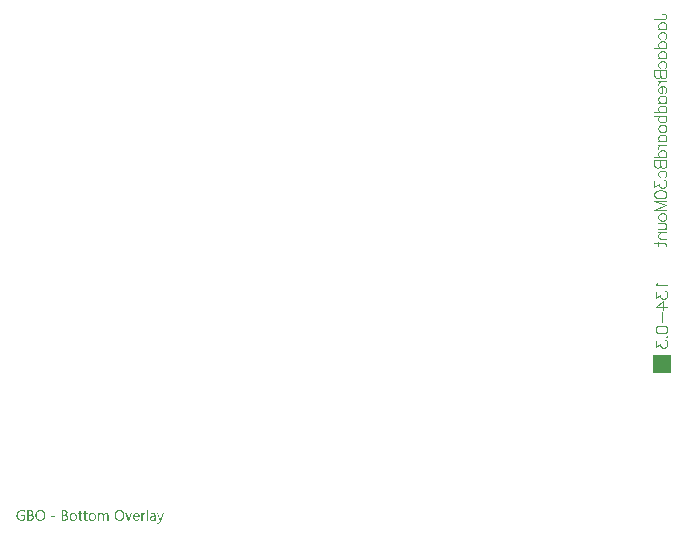
<source format=gbo>
G04*
G04 #@! TF.GenerationSoftware,Altium Limited,Altium Designer,22.11.1 (43)*
G04*
G04 Layer_Color=32896*
%FSLAX44Y44*%
%MOMM*%
G71*
G04*
G04 #@! TF.SameCoordinates,A5472EDE-B7E4-43DC-9BD9-ACA13087276E*
G04*
G04*
G04 #@! TF.FilePolarity,Positive*
G04*
G01*
G75*
%ADD19C,0.1000*%
%ADD25R,1.5922X1.5750*%
G36*
X181144Y-62802D02*
X181270Y-62810D01*
X181419Y-62818D01*
X181576Y-62833D01*
X181756Y-62857D01*
X181945Y-62880D01*
X182141Y-62912D01*
X182345Y-62951D01*
X182549Y-62998D01*
X182753Y-63053D01*
X182957Y-63116D01*
X183161Y-63186D01*
X183349Y-63273D01*
X183349Y-64426D01*
X183334Y-64419D01*
X183302Y-64395D01*
X183240Y-64364D01*
X183161Y-64317D01*
X183051Y-64269D01*
X182926Y-64207D01*
X182784Y-64152D01*
X182620Y-64081D01*
X182447Y-64018D01*
X182251Y-63956D01*
X182039Y-63901D01*
X181811Y-63854D01*
X181568Y-63807D01*
X181317Y-63775D01*
X181058Y-63752D01*
X180783Y-63744D01*
X180720Y-63744D01*
X180642Y-63752D01*
X180532Y-63759D01*
X180406Y-63775D01*
X180257Y-63799D01*
X180092Y-63830D01*
X179912Y-63869D01*
X179723Y-63924D01*
X179527Y-63995D01*
X179323Y-64081D01*
X179111Y-64183D01*
X178907Y-64301D01*
X178711Y-64434D01*
X178515Y-64599D01*
X178326Y-64780D01*
X178319Y-64788D01*
X178287Y-64827D01*
X178240Y-64882D01*
X178177Y-64968D01*
X178107Y-65070D01*
X178020Y-65188D01*
X177934Y-65337D01*
X177848Y-65502D01*
X177761Y-65682D01*
X177675Y-65886D01*
X177589Y-66106D01*
X177518Y-66342D01*
X177455Y-66593D01*
X177408Y-66860D01*
X177377Y-67150D01*
X177369Y-67448D01*
X177369Y-67456D01*
X177369Y-67464D01*
X177369Y-67487D01*
X177369Y-67519D01*
X177369Y-67566D01*
X177377Y-67613D01*
X177385Y-67731D01*
X177393Y-67872D01*
X177416Y-68037D01*
X177439Y-68217D01*
X177479Y-68414D01*
X177526Y-68625D01*
X177589Y-68845D01*
X177659Y-69065D01*
X177746Y-69293D01*
X177848Y-69512D01*
X177965Y-69724D01*
X178099Y-69928D01*
X178256Y-70117D01*
X178264Y-70125D01*
X178295Y-70156D01*
X178350Y-70203D01*
X178421Y-70266D01*
X178507Y-70336D01*
X178617Y-70423D01*
X178742Y-70509D01*
X178892Y-70595D01*
X179056Y-70690D01*
X179237Y-70776D01*
X179433Y-70855D01*
X179653Y-70933D01*
X179881Y-70996D01*
X180132Y-71043D01*
X180391Y-71074D01*
X180673Y-71082D01*
X180775Y-71082D01*
X180846Y-71074D01*
X180940Y-71066D01*
X181042Y-71059D01*
X181160Y-71051D01*
X181293Y-71027D01*
X181427Y-71012D01*
X181576Y-70980D01*
X181874Y-70909D01*
X182031Y-70862D01*
X182180Y-70800D01*
X182329Y-70737D01*
X182478Y-70666D01*
X182478Y-68162D01*
X180524Y-68162D01*
X180524Y-67213D01*
X183530Y-67213D01*
X183530Y-71263D01*
X183514Y-71270D01*
X183467Y-71294D01*
X183397Y-71333D01*
X183295Y-71380D01*
X183169Y-71435D01*
X183020Y-71498D01*
X182847Y-71569D01*
X182651Y-71639D01*
X182439Y-71710D01*
X182204Y-71781D01*
X181960Y-71843D01*
X181701Y-71898D01*
X181427Y-71945D01*
X181136Y-71985D01*
X180846Y-72008D01*
X180540Y-72016D01*
X180453Y-72016D01*
X180414Y-72008D01*
X180359Y-72008D01*
X180296Y-72000D01*
X180226Y-72000D01*
X180061Y-71977D01*
X179873Y-71953D01*
X179669Y-71914D01*
X179441Y-71859D01*
X179198Y-71796D01*
X178946Y-71718D01*
X178687Y-71616D01*
X178428Y-71498D01*
X178169Y-71357D01*
X177918Y-71192D01*
X177675Y-71004D01*
X177447Y-70792D01*
X177432Y-70776D01*
X177400Y-70737D01*
X177337Y-70666D01*
X177267Y-70564D01*
X177173Y-70446D01*
X177078Y-70297D01*
X176969Y-70117D01*
X176859Y-69921D01*
X176749Y-69701D01*
X176639Y-69450D01*
X176545Y-69183D01*
X176451Y-68892D01*
X176380Y-68586D01*
X176317Y-68249D01*
X176286Y-67896D01*
X176270Y-67527D01*
X176270Y-67519D01*
X176270Y-67503D01*
X176270Y-67472D01*
X176270Y-67432D01*
X176278Y-67385D01*
X176278Y-67323D01*
X176286Y-67260D01*
X176294Y-67181D01*
X176301Y-67095D01*
X176309Y-67009D01*
X176341Y-66805D01*
X176380Y-66569D01*
X176435Y-66326D01*
X176506Y-66059D01*
X176592Y-65784D01*
X176694Y-65502D01*
X176819Y-65219D01*
X176977Y-64937D01*
X177149Y-64654D01*
X177353Y-64387D01*
X177581Y-64128D01*
X177596Y-64113D01*
X177644Y-64073D01*
X177714Y-64003D01*
X177816Y-63916D01*
X177950Y-63822D01*
X178099Y-63704D01*
X178279Y-63587D01*
X178491Y-63461D01*
X178719Y-63335D01*
X178970Y-63218D01*
X179237Y-63100D01*
X179535Y-63006D01*
X179849Y-62920D01*
X180179Y-62849D01*
X180532Y-62810D01*
X180901Y-62794D01*
X181042Y-62794D01*
X181144Y-62802D01*
X181144Y-62802D02*
G37*
G36*
X252378Y-65353D02*
X252425Y-65353D01*
X252480Y-65360D01*
X252613Y-65384D01*
X252770Y-65423D01*
X252951Y-65478D01*
X253139Y-65564D01*
X253335Y-65667D01*
X253438Y-65737D01*
X253532Y-65808D01*
X253626Y-65886D01*
X253720Y-65981D01*
X253814Y-66083D01*
X253901Y-66192D01*
X253979Y-66310D01*
X254058Y-66444D01*
X254128Y-66585D01*
X254191Y-66742D01*
X254246Y-66907D01*
X254301Y-67087D01*
X254332Y-67276D01*
X254364Y-67487D01*
X254379Y-67707D01*
X254387Y-67943D01*
X254387Y-71867D01*
X253367Y-71867D01*
X253367Y-68210D01*
X253367Y-68194D01*
X253367Y-68162D01*
X253367Y-68108D01*
X253359Y-68037D01*
X253359Y-67951D01*
X253351Y-67849D01*
X253343Y-67739D01*
X253328Y-67621D01*
X253288Y-67370D01*
X253226Y-67119D01*
X253194Y-66993D01*
X253147Y-66883D01*
X253092Y-66773D01*
X253037Y-66679D01*
X253037Y-66671D01*
X253022Y-66656D01*
X253006Y-66632D01*
X252974Y-66608D01*
X252943Y-66569D01*
X252896Y-66530D01*
X252841Y-66491D01*
X252778Y-66444D01*
X252708Y-66396D01*
X252629Y-66357D01*
X252535Y-66318D01*
X252441Y-66279D01*
X252331Y-66255D01*
X252205Y-66232D01*
X252080Y-66216D01*
X251938Y-66208D01*
X251876Y-66208D01*
X251829Y-66216D01*
X251774Y-66224D01*
X251711Y-66240D01*
X251554Y-66279D01*
X251467Y-66310D01*
X251381Y-66357D01*
X251287Y-66404D01*
X251201Y-66459D01*
X251106Y-66530D01*
X251012Y-66608D01*
X250918Y-66703D01*
X250832Y-66805D01*
X250824Y-66813D01*
X250816Y-66828D01*
X250793Y-66867D01*
X250761Y-66907D01*
X250730Y-66969D01*
X250690Y-67040D01*
X250643Y-67119D01*
X250604Y-67205D01*
X250565Y-67307D01*
X250518Y-67417D01*
X250479Y-67534D01*
X250447Y-67660D01*
X250416Y-67793D01*
X250400Y-67935D01*
X250384Y-68076D01*
X250377Y-68233D01*
X250377Y-71867D01*
X249356Y-71867D01*
X249356Y-68084D01*
X249356Y-68076D01*
X249356Y-68060D01*
X249356Y-68037D01*
X249356Y-68005D01*
X249348Y-67958D01*
X249348Y-67911D01*
X249333Y-67793D01*
X249309Y-67652D01*
X249278Y-67487D01*
X249238Y-67323D01*
X249176Y-67142D01*
X249097Y-66969D01*
X249003Y-66805D01*
X248885Y-66640D01*
X248744Y-66498D01*
X248579Y-66381D01*
X248485Y-66334D01*
X248383Y-66287D01*
X248273Y-66255D01*
X248163Y-66232D01*
X248038Y-66216D01*
X247904Y-66208D01*
X247841Y-66208D01*
X247794Y-66216D01*
X247732Y-66224D01*
X247669Y-66240D01*
X247512Y-66279D01*
X247425Y-66310D01*
X247339Y-66349D01*
X247245Y-66389D01*
X247151Y-66444D01*
X247057Y-66514D01*
X246962Y-66585D01*
X246876Y-66671D01*
X246790Y-66773D01*
X246782Y-66781D01*
X246774Y-66797D01*
X246751Y-66828D01*
X246719Y-66875D01*
X246688Y-66930D01*
X246656Y-66993D01*
X246617Y-67071D01*
X246578Y-67166D01*
X246531Y-67268D01*
X246492Y-67378D01*
X246460Y-67495D01*
X246429Y-67621D01*
X246397Y-67762D01*
X246374Y-67911D01*
X246366Y-68068D01*
X246358Y-68233D01*
X246358Y-71867D01*
X245338Y-71867D01*
X245338Y-65494D01*
X246358Y-65494D01*
X246358Y-66506D01*
X246382Y-66506D01*
X246390Y-66491D01*
X246413Y-66459D01*
X246452Y-66396D01*
X246507Y-66326D01*
X246578Y-66240D01*
X246664Y-66137D01*
X246766Y-66035D01*
X246884Y-65926D01*
X247017Y-65816D01*
X247167Y-65714D01*
X247331Y-65612D01*
X247504Y-65525D01*
X247700Y-65455D01*
X247912Y-65392D01*
X248132Y-65360D01*
X248367Y-65345D01*
X248430Y-65345D01*
X248477Y-65353D01*
X248532Y-65353D01*
X248603Y-65360D01*
X248673Y-65376D01*
X248752Y-65392D01*
X248932Y-65431D01*
X249121Y-65502D01*
X249309Y-65588D01*
X249403Y-65651D01*
X249498Y-65714D01*
X249505Y-65722D01*
X249521Y-65729D01*
X249545Y-65753D01*
X249576Y-65776D01*
X249662Y-65863D01*
X249764Y-65965D01*
X249874Y-66106D01*
X249984Y-66271D01*
X250086Y-66459D01*
X250165Y-66671D01*
X250173Y-66656D01*
X250196Y-66616D01*
X250243Y-66546D01*
X250298Y-66467D01*
X250377Y-66365D01*
X250463Y-66247D01*
X250573Y-66130D01*
X250698Y-66004D01*
X250840Y-65886D01*
X250997Y-65761D01*
X251169Y-65651D01*
X251358Y-65549D01*
X251570Y-65470D01*
X251789Y-65400D01*
X252033Y-65360D01*
X252284Y-65345D01*
X252339Y-65345D01*
X252378Y-65353D01*
X252378Y-65353D02*
G37*
G36*
X285044Y-65392D02*
X285130Y-65392D01*
X285224Y-65408D01*
X285326Y-65423D01*
X285428Y-65439D01*
X285515Y-65470D01*
X285515Y-66530D01*
X285499Y-66522D01*
X285468Y-66498D01*
X285405Y-66467D01*
X285319Y-66428D01*
X285201Y-66389D01*
X285075Y-66357D01*
X284918Y-66334D01*
X284738Y-66326D01*
X284675Y-66326D01*
X284628Y-66334D01*
X284573Y-66342D01*
X284510Y-66357D01*
X284361Y-66404D01*
X284275Y-66436D01*
X284188Y-66475D01*
X284094Y-66530D01*
X284000Y-66585D01*
X283914Y-66656D01*
X283820Y-66742D01*
X283733Y-66836D01*
X283647Y-66946D01*
X283639Y-66954D01*
X283631Y-66977D01*
X283608Y-67009D01*
X283576Y-67056D01*
X283545Y-67119D01*
X283505Y-67197D01*
X283466Y-67283D01*
X283427Y-67385D01*
X283388Y-67495D01*
X283349Y-67621D01*
X283309Y-67762D01*
X283278Y-67911D01*
X283246Y-68076D01*
X283223Y-68249D01*
X283215Y-68429D01*
X283207Y-68625D01*
X283207Y-71867D01*
X282187Y-71867D01*
X282187Y-65494D01*
X283207Y-65494D01*
X283207Y-66813D01*
X283231Y-66813D01*
X283231Y-66805D01*
X283239Y-66781D01*
X283254Y-66750D01*
X283270Y-66703D01*
X283294Y-66648D01*
X283325Y-66577D01*
X283396Y-66428D01*
X283490Y-66255D01*
X283608Y-66083D01*
X283741Y-65918D01*
X283898Y-65761D01*
X283906Y-65753D01*
X283922Y-65745D01*
X283945Y-65729D01*
X283976Y-65698D01*
X284016Y-65674D01*
X284071Y-65643D01*
X284188Y-65572D01*
X284338Y-65502D01*
X284510Y-65439D01*
X284699Y-65400D01*
X284800Y-65392D01*
X284903Y-65384D01*
X284965Y-65384D01*
X285044Y-65392D01*
X285044Y-65392D02*
G37*
G36*
X209132Y-68720D02*
X205734Y-68720D01*
X205734Y-67919D01*
X209132Y-67919D01*
X209132Y-68720D01*
X209132Y-68720D02*
G37*
G36*
X298332Y-72887D02*
X298332Y-72895D01*
X298324Y-72911D01*
X298308Y-72934D01*
X298292Y-72974D01*
X298277Y-73021D01*
X298253Y-73068D01*
X298190Y-73193D01*
X298104Y-73342D01*
X298010Y-73515D01*
X297892Y-73688D01*
X297759Y-73876D01*
X297610Y-74057D01*
X297445Y-74237D01*
X297264Y-74410D01*
X297068Y-74559D01*
X296856Y-74685D01*
X296746Y-74732D01*
X296628Y-74779D01*
X296511Y-74818D01*
X296385Y-74842D01*
X296259Y-74857D01*
X296126Y-74865D01*
X296063Y-74865D01*
X295985Y-74857D01*
X295891Y-74857D01*
X295789Y-74842D01*
X295679Y-74826D01*
X295561Y-74810D01*
X295459Y-74779D01*
X295459Y-73868D01*
X295475Y-73876D01*
X295514Y-73884D01*
X295577Y-73900D01*
X295655Y-73923D01*
X295749Y-73947D01*
X295851Y-73962D01*
X295961Y-73970D01*
X296063Y-73978D01*
X296095Y-73978D01*
X296134Y-73970D01*
X296189Y-73962D01*
X296252Y-73947D01*
X296330Y-73931D01*
X296409Y-73900D01*
X296503Y-73861D01*
X296589Y-73813D01*
X296691Y-73751D01*
X296785Y-73680D01*
X296880Y-73594D01*
X296974Y-73484D01*
X297068Y-73366D01*
X297146Y-73225D01*
X297225Y-73060D01*
X297735Y-71859D01*
X295247Y-65494D01*
X296377Y-65494D01*
X298104Y-70399D01*
X298104Y-70407D01*
X298112Y-70423D01*
X298120Y-70446D01*
X298135Y-70493D01*
X298151Y-70556D01*
X298167Y-70643D01*
X298198Y-70753D01*
X298230Y-70886D01*
X298269Y-70886D01*
X298269Y-70878D01*
X298277Y-70855D01*
X298284Y-70823D01*
X298300Y-70768D01*
X298316Y-70705D01*
X298332Y-70627D01*
X298363Y-70525D01*
X298394Y-70415D01*
X300207Y-65494D01*
X301259Y-65494D01*
X298332Y-72887D01*
X298332Y-72887D02*
G37*
G36*
X271890Y-71867D02*
X270885Y-71867D01*
X268475Y-65494D01*
X269590Y-65494D01*
X271215Y-70125D01*
X271215Y-70132D01*
X271222Y-70148D01*
X271230Y-70172D01*
X271246Y-70211D01*
X271262Y-70258D01*
X271277Y-70305D01*
X271309Y-70431D01*
X271348Y-70564D01*
X271387Y-70713D01*
X271411Y-70870D01*
X271434Y-71019D01*
X271458Y-71019D01*
X271458Y-71012D01*
X271458Y-70996D01*
X271466Y-70972D01*
X271474Y-70941D01*
X271474Y-70894D01*
X271489Y-70847D01*
X271505Y-70729D01*
X271536Y-70595D01*
X271568Y-70454D01*
X271615Y-70305D01*
X271662Y-70156D01*
X273349Y-65494D01*
X274425Y-65494D01*
X271890Y-71867D01*
X271890Y-71867D02*
G37*
G36*
X292115Y-65353D02*
X292170Y-65353D01*
X292225Y-65360D01*
X292296Y-65368D01*
X292374Y-65384D01*
X292539Y-65415D01*
X292736Y-65470D01*
X292932Y-65541D01*
X293144Y-65643D01*
X293356Y-65769D01*
X293458Y-65839D01*
X293560Y-65926D01*
X293654Y-66020D01*
X293748Y-66114D01*
X293834Y-66224D01*
X293913Y-66349D01*
X293991Y-66475D01*
X294062Y-66616D01*
X294117Y-66773D01*
X294172Y-66938D01*
X294211Y-67111D01*
X294242Y-67307D01*
X294258Y-67503D01*
X294266Y-67723D01*
X294266Y-71867D01*
X293246Y-71867D01*
X293246Y-70878D01*
X293222Y-70878D01*
X293214Y-70894D01*
X293191Y-70925D01*
X293151Y-70980D01*
X293097Y-71059D01*
X293026Y-71145D01*
X292939Y-71239D01*
X292845Y-71341D01*
X292728Y-71443D01*
X292594Y-71553D01*
X292453Y-71655D01*
X292288Y-71749D01*
X292115Y-71836D01*
X291919Y-71914D01*
X291715Y-71969D01*
X291495Y-72000D01*
X291260Y-72016D01*
X291166Y-72016D01*
X291103Y-72008D01*
X291024Y-72000D01*
X290930Y-71993D01*
X290828Y-71977D01*
X290718Y-71953D01*
X290475Y-71891D01*
X290357Y-71851D01*
X290232Y-71804D01*
X290106Y-71749D01*
X289988Y-71679D01*
X289879Y-71600D01*
X289769Y-71514D01*
X289761Y-71506D01*
X289745Y-71490D01*
X289722Y-71459D01*
X289682Y-71420D01*
X289643Y-71372D01*
X289604Y-71310D01*
X289549Y-71239D01*
X289502Y-71161D01*
X289455Y-71066D01*
X289408Y-70964D01*
X289361Y-70855D01*
X289321Y-70737D01*
X289282Y-70611D01*
X289259Y-70478D01*
X289243Y-70329D01*
X289235Y-70180D01*
X289235Y-70172D01*
X289235Y-70156D01*
X289235Y-70132D01*
X289243Y-70101D01*
X289243Y-70062D01*
X289251Y-70015D01*
X289266Y-69897D01*
X289298Y-69756D01*
X289345Y-69599D01*
X289408Y-69426D01*
X289502Y-69246D01*
X289612Y-69065D01*
X289745Y-68885D01*
X289832Y-68798D01*
X289918Y-68712D01*
X290020Y-68625D01*
X290122Y-68547D01*
X290240Y-68468D01*
X290365Y-68398D01*
X290499Y-68335D01*
X290648Y-68272D01*
X290805Y-68217D01*
X290970Y-68170D01*
X291150Y-68131D01*
X291338Y-68100D01*
X293246Y-67833D01*
X293246Y-67825D01*
X293246Y-67817D01*
X293246Y-67793D01*
X293246Y-67762D01*
X293238Y-67684D01*
X293222Y-67582D01*
X293206Y-67456D01*
X293175Y-67315D01*
X293136Y-67174D01*
X293081Y-67017D01*
X293010Y-66867D01*
X292924Y-66718D01*
X292822Y-66585D01*
X292696Y-66459D01*
X292539Y-66357D01*
X292367Y-66279D01*
X292272Y-66247D01*
X292162Y-66224D01*
X292053Y-66216D01*
X291935Y-66208D01*
X291880Y-66208D01*
X291825Y-66216D01*
X291739Y-66224D01*
X291637Y-66232D01*
X291519Y-66247D01*
X291385Y-66271D01*
X291244Y-66302D01*
X291087Y-66349D01*
X290923Y-66396D01*
X290750Y-66459D01*
X290569Y-66538D01*
X290389Y-66632D01*
X290208Y-66734D01*
X290028Y-66852D01*
X289855Y-66993D01*
X289855Y-65949D01*
X289863Y-65941D01*
X289894Y-65926D01*
X289949Y-65894D01*
X290020Y-65855D01*
X290114Y-65808D01*
X290216Y-65761D01*
X290342Y-65706D01*
X290483Y-65643D01*
X290632Y-65588D01*
X290797Y-65533D01*
X290977Y-65486D01*
X291166Y-65439D01*
X291370Y-65400D01*
X291574Y-65368D01*
X291794Y-65353D01*
X292021Y-65345D01*
X292076Y-65345D01*
X292115Y-65353D01*
X292115Y-65353D02*
G37*
G36*
X287642Y-71867D02*
X286621Y-71867D01*
X286621Y-62433D01*
X287642Y-62433D01*
X287642Y-71867D01*
X287642Y-71867D02*
G37*
G36*
X217326Y-62951D02*
X217420Y-62959D01*
X217530Y-62975D01*
X217656Y-62990D01*
X217797Y-63014D01*
X217938Y-63045D01*
X218087Y-63084D01*
X218244Y-63131D01*
X218393Y-63186D01*
X218550Y-63249D01*
X218692Y-63328D01*
X218833Y-63414D01*
X218967Y-63516D01*
X218974Y-63524D01*
X218998Y-63540D01*
X219029Y-63571D01*
X219069Y-63618D01*
X219123Y-63673D01*
X219178Y-63744D01*
X219241Y-63822D01*
X219304Y-63909D01*
X219367Y-64011D01*
X219430Y-64120D01*
X219485Y-64246D01*
X219539Y-64372D01*
X219579Y-64513D01*
X219610Y-64662D01*
X219634Y-64819D01*
X219641Y-64984D01*
X219641Y-64992D01*
X219641Y-65015D01*
X219641Y-65054D01*
X219634Y-65109D01*
X219626Y-65180D01*
X219618Y-65251D01*
X219610Y-65337D01*
X219594Y-65431D01*
X219539Y-65643D01*
X219469Y-65863D01*
X219422Y-65981D01*
X219367Y-66090D01*
X219304Y-66200D01*
X219233Y-66310D01*
X219226Y-66318D01*
X219218Y-66334D01*
X219194Y-66365D01*
X219155Y-66404D01*
X219116Y-66444D01*
X219069Y-66498D01*
X219006Y-66554D01*
X218943Y-66616D01*
X218864Y-66679D01*
X218778Y-66750D01*
X218684Y-66813D01*
X218582Y-66883D01*
X218472Y-66946D01*
X218362Y-67001D01*
X218103Y-67103D01*
X218103Y-67126D01*
X218111Y-67126D01*
X218142Y-67134D01*
X218190Y-67142D01*
X218252Y-67150D01*
X218331Y-67166D01*
X218417Y-67189D01*
X218519Y-67221D01*
X218621Y-67252D01*
X218849Y-67338D01*
X218974Y-67393D01*
X219092Y-67464D01*
X219210Y-67534D01*
X219328Y-67613D01*
X219445Y-67707D01*
X219547Y-67809D01*
X219555Y-67817D01*
X219571Y-67833D01*
X219594Y-67864D01*
X219634Y-67911D01*
X219673Y-67974D01*
X219720Y-68037D01*
X219767Y-68123D01*
X219822Y-68210D01*
X219869Y-68312D01*
X219916Y-68429D01*
X219963Y-68547D01*
X220002Y-68680D01*
X220042Y-68830D01*
X220065Y-68979D01*
X220081Y-69136D01*
X220089Y-69308D01*
X220089Y-69324D01*
X220089Y-69355D01*
X220081Y-69418D01*
X220073Y-69497D01*
X220065Y-69599D01*
X220042Y-69709D01*
X220018Y-69834D01*
X219987Y-69968D01*
X219940Y-70117D01*
X219885Y-70266D01*
X219822Y-70415D01*
X219743Y-70572D01*
X219649Y-70729D01*
X219539Y-70878D01*
X219414Y-71019D01*
X219265Y-71161D01*
X219257Y-71168D01*
X219226Y-71192D01*
X219178Y-71223D01*
X219116Y-71270D01*
X219037Y-71325D01*
X218935Y-71380D01*
X218825Y-71451D01*
X218700Y-71514D01*
X218550Y-71577D01*
X218393Y-71639D01*
X218229Y-71702D01*
X218040Y-71757D01*
X217844Y-71804D01*
X217640Y-71836D01*
X217420Y-71859D01*
X217193Y-71867D01*
X214595Y-71867D01*
X214595Y-62943D01*
X217240Y-62943D01*
X217326Y-62951D01*
X217326Y-62951D02*
G37*
G36*
X188333Y-62951D02*
X188428Y-62959D01*
X188538Y-62975D01*
X188663Y-62990D01*
X188804Y-63014D01*
X188946Y-63045D01*
X189095Y-63084D01*
X189252Y-63131D01*
X189401Y-63186D01*
X189558Y-63249D01*
X189699Y-63328D01*
X189840Y-63414D01*
X189974Y-63516D01*
X189982Y-63524D01*
X190005Y-63540D01*
X190037Y-63571D01*
X190076Y-63618D01*
X190131Y-63673D01*
X190186Y-63744D01*
X190249Y-63822D01*
X190311Y-63909D01*
X190374Y-64011D01*
X190437Y-64120D01*
X190492Y-64246D01*
X190547Y-64372D01*
X190586Y-64513D01*
X190617Y-64662D01*
X190641Y-64819D01*
X190649Y-64984D01*
X190649Y-64992D01*
X190649Y-65015D01*
X190649Y-65054D01*
X190641Y-65109D01*
X190633Y-65180D01*
X190625Y-65251D01*
X190617Y-65337D01*
X190602Y-65431D01*
X190547Y-65643D01*
X190476Y-65863D01*
X190429Y-65981D01*
X190374Y-66090D01*
X190311Y-66200D01*
X190241Y-66310D01*
X190233Y-66318D01*
X190225Y-66334D01*
X190201Y-66365D01*
X190162Y-66404D01*
X190123Y-66444D01*
X190076Y-66498D01*
X190013Y-66554D01*
X189950Y-66616D01*
X189872Y-66679D01*
X189785Y-66750D01*
X189691Y-66813D01*
X189589Y-66883D01*
X189479Y-66946D01*
X189369Y-67001D01*
X189110Y-67103D01*
X189110Y-67126D01*
X189118Y-67126D01*
X189150Y-67134D01*
X189197Y-67142D01*
X189259Y-67150D01*
X189338Y-67166D01*
X189424Y-67189D01*
X189526Y-67221D01*
X189628Y-67252D01*
X189856Y-67338D01*
X189982Y-67393D01*
X190099Y-67464D01*
X190217Y-67534D01*
X190335Y-67613D01*
X190452Y-67707D01*
X190555Y-67809D01*
X190562Y-67817D01*
X190578Y-67833D01*
X190602Y-67864D01*
X190641Y-67911D01*
X190680Y-67974D01*
X190727Y-68037D01*
X190774Y-68123D01*
X190829Y-68210D01*
X190876Y-68312D01*
X190923Y-68429D01*
X190970Y-68547D01*
X191010Y-68680D01*
X191049Y-68830D01*
X191073Y-68979D01*
X191088Y-69136D01*
X191096Y-69308D01*
X191096Y-69324D01*
X191096Y-69355D01*
X191088Y-69418D01*
X191080Y-69497D01*
X191073Y-69599D01*
X191049Y-69709D01*
X191026Y-69834D01*
X190994Y-69968D01*
X190947Y-70117D01*
X190892Y-70266D01*
X190829Y-70415D01*
X190751Y-70572D01*
X190657Y-70729D01*
X190547Y-70878D01*
X190421Y-71019D01*
X190272Y-71161D01*
X190264Y-71168D01*
X190233Y-71192D01*
X190186Y-71223D01*
X190123Y-71270D01*
X190044Y-71325D01*
X189942Y-71380D01*
X189832Y-71451D01*
X189707Y-71514D01*
X189558Y-71577D01*
X189401Y-71639D01*
X189236Y-71702D01*
X189048Y-71757D01*
X188851Y-71804D01*
X188647Y-71836D01*
X188428Y-71859D01*
X188200Y-71867D01*
X185602Y-71867D01*
X185602Y-62943D01*
X188247Y-62943D01*
X188333Y-62951D01*
X188333Y-62951D02*
G37*
G36*
X234899Y-65494D02*
X236508Y-65494D01*
X236508Y-66373D01*
X234899Y-66373D01*
X234899Y-69960D01*
X234899Y-69968D01*
X234899Y-69991D01*
X234899Y-70023D01*
X234899Y-70062D01*
X234907Y-70117D01*
X234915Y-70180D01*
X234930Y-70313D01*
X234954Y-70470D01*
X234993Y-70619D01*
X235048Y-70760D01*
X235080Y-70823D01*
X235119Y-70878D01*
X235127Y-70886D01*
X235158Y-70917D01*
X235213Y-70964D01*
X235292Y-71012D01*
X235394Y-71066D01*
X235519Y-71106D01*
X235668Y-71137D01*
X235841Y-71153D01*
X235904Y-71153D01*
X235974Y-71145D01*
X236069Y-71129D01*
X236171Y-71098D01*
X236288Y-71066D01*
X236398Y-71012D01*
X236508Y-70941D01*
X236508Y-71812D01*
X236500Y-71812D01*
X236492Y-71820D01*
X236469Y-71828D01*
X236445Y-71843D01*
X236359Y-71875D01*
X236257Y-71906D01*
X236116Y-71938D01*
X235951Y-71969D01*
X235763Y-71993D01*
X235551Y-72000D01*
X235480Y-72000D01*
X235394Y-71985D01*
X235292Y-71969D01*
X235166Y-71945D01*
X235025Y-71898D01*
X234868Y-71843D01*
X234719Y-71765D01*
X234562Y-71671D01*
X234405Y-71545D01*
X234263Y-71396D01*
X234201Y-71310D01*
X234138Y-71216D01*
X234083Y-71114D01*
X234036Y-71004D01*
X233989Y-70886D01*
X233950Y-70753D01*
X233918Y-70619D01*
X233895Y-70470D01*
X233887Y-70313D01*
X233879Y-70140D01*
X233879Y-66373D01*
X232788Y-66373D01*
X232788Y-65494D01*
X233879Y-65494D01*
X233879Y-63940D01*
X234899Y-63610D01*
X234899Y-65494D01*
X234899Y-65494D02*
G37*
G36*
X230582Y-65494D02*
X232191Y-65494D01*
X232191Y-66373D01*
X230582Y-66373D01*
X230582Y-69960D01*
X230582Y-69968D01*
X230582Y-69991D01*
X230582Y-70023D01*
X230582Y-70062D01*
X230590Y-70117D01*
X230598Y-70180D01*
X230614Y-70313D01*
X230637Y-70470D01*
X230677Y-70619D01*
X230732Y-70760D01*
X230763Y-70823D01*
X230802Y-70878D01*
X230810Y-70886D01*
X230841Y-70917D01*
X230896Y-70964D01*
X230975Y-71012D01*
X231077Y-71066D01*
X231203Y-71106D01*
X231352Y-71137D01*
X231524Y-71153D01*
X231587Y-71153D01*
X231658Y-71145D01*
X231752Y-71129D01*
X231854Y-71098D01*
X231972Y-71066D01*
X232082Y-71012D01*
X232191Y-70941D01*
X232191Y-71812D01*
X232183Y-71812D01*
X232176Y-71820D01*
X232152Y-71828D01*
X232129Y-71843D01*
X232042Y-71875D01*
X231940Y-71906D01*
X231799Y-71938D01*
X231634Y-71969D01*
X231446Y-71993D01*
X231234Y-72000D01*
X231163Y-72000D01*
X231077Y-71985D01*
X230975Y-71969D01*
X230849Y-71945D01*
X230708Y-71898D01*
X230551Y-71843D01*
X230402Y-71765D01*
X230245Y-71671D01*
X230088Y-71545D01*
X229947Y-71396D01*
X229884Y-71310D01*
X229821Y-71216D01*
X229766Y-71114D01*
X229719Y-71004D01*
X229672Y-70886D01*
X229633Y-70753D01*
X229601Y-70619D01*
X229578Y-70470D01*
X229570Y-70313D01*
X229562Y-70140D01*
X229562Y-66373D01*
X228471Y-66373D01*
X228471Y-65494D01*
X229562Y-65494D01*
X229562Y-63940D01*
X230582Y-63610D01*
X230582Y-65494D01*
X230582Y-65494D02*
G37*
G36*
X278145Y-65353D02*
X278231Y-65360D01*
X278341Y-65368D01*
X278459Y-65384D01*
X278592Y-65415D01*
X278734Y-65447D01*
X278891Y-65486D01*
X279048Y-65541D01*
X279205Y-65612D01*
X279369Y-65690D01*
X279526Y-65784D01*
X279675Y-65894D01*
X279825Y-66020D01*
X279958Y-66161D01*
X279966Y-66169D01*
X279989Y-66200D01*
X280021Y-66247D01*
X280068Y-66310D01*
X280115Y-66389D01*
X280178Y-66491D01*
X280240Y-66608D01*
X280303Y-66742D01*
X280366Y-66899D01*
X280429Y-67064D01*
X280492Y-67252D01*
X280539Y-67448D01*
X280586Y-67668D01*
X280617Y-67896D01*
X280641Y-68147D01*
X280649Y-68406D01*
X280649Y-68939D01*
X276143Y-68939D01*
X276143Y-68955D01*
X276143Y-68987D01*
X276151Y-69042D01*
X276159Y-69112D01*
X276167Y-69206D01*
X276183Y-69308D01*
X276199Y-69418D01*
X276230Y-69544D01*
X276301Y-69811D01*
X276348Y-69944D01*
X276402Y-70085D01*
X276465Y-70219D01*
X276536Y-70352D01*
X276622Y-70470D01*
X276716Y-70588D01*
X276724Y-70595D01*
X276740Y-70611D01*
X276771Y-70643D01*
X276819Y-70674D01*
X276873Y-70721D01*
X276944Y-70768D01*
X277023Y-70823D01*
X277109Y-70870D01*
X277211Y-70925D01*
X277329Y-70980D01*
X277446Y-71027D01*
X277588Y-71074D01*
X277729Y-71106D01*
X277886Y-71137D01*
X278051Y-71153D01*
X278223Y-71161D01*
X278270Y-71161D01*
X278326Y-71153D01*
X278404Y-71153D01*
X278498Y-71137D01*
X278608Y-71121D01*
X278734Y-71098D01*
X278875Y-71074D01*
X279024Y-71035D01*
X279181Y-70988D01*
X279346Y-70933D01*
X279511Y-70862D01*
X279683Y-70784D01*
X279856Y-70690D01*
X280029Y-70580D01*
X280201Y-70454D01*
X280201Y-71412D01*
X280193Y-71420D01*
X280162Y-71435D01*
X280115Y-71467D01*
X280052Y-71506D01*
X279966Y-71553D01*
X279864Y-71600D01*
X279746Y-71655D01*
X279613Y-71710D01*
X279456Y-71773D01*
X279291Y-71828D01*
X279110Y-71875D01*
X278914Y-71922D01*
X278702Y-71961D01*
X278475Y-71993D01*
X278231Y-72008D01*
X277980Y-72016D01*
X277917Y-72016D01*
X277854Y-72008D01*
X277760Y-72000D01*
X277643Y-71993D01*
X277509Y-71969D01*
X277368Y-71945D01*
X277211Y-71906D01*
X277046Y-71859D01*
X276873Y-71804D01*
X276693Y-71733D01*
X276520Y-71655D01*
X276340Y-71553D01*
X276175Y-71435D01*
X276010Y-71302D01*
X275861Y-71153D01*
X275853Y-71145D01*
X275830Y-71114D01*
X275790Y-71059D01*
X275743Y-70988D01*
X275681Y-70902D01*
X275618Y-70792D01*
X275547Y-70666D01*
X275476Y-70517D01*
X275406Y-70360D01*
X275335Y-70172D01*
X275272Y-69976D01*
X275210Y-69756D01*
X275163Y-69520D01*
X275123Y-69269D01*
X275100Y-68994D01*
X275092Y-68712D01*
X275092Y-68704D01*
X275092Y-68696D01*
X275092Y-68673D01*
X275092Y-68649D01*
X275100Y-68571D01*
X275107Y-68461D01*
X275115Y-68335D01*
X275139Y-68194D01*
X275163Y-68029D01*
X275194Y-67849D01*
X275241Y-67660D01*
X275296Y-67464D01*
X275366Y-67260D01*
X275445Y-67056D01*
X275539Y-66860D01*
X275657Y-66656D01*
X275783Y-66467D01*
X275932Y-66287D01*
X275940Y-66279D01*
X275971Y-66247D01*
X276018Y-66200D01*
X276081Y-66137D01*
X276167Y-66067D01*
X276269Y-65988D01*
X276379Y-65902D01*
X276512Y-65816D01*
X276654Y-65729D01*
X276819Y-65643D01*
X276991Y-65564D01*
X277172Y-65494D01*
X277368Y-65431D01*
X277580Y-65384D01*
X277800Y-65353D01*
X278027Y-65345D01*
X278082Y-65345D01*
X278145Y-65353D01*
X278145Y-65353D02*
G37*
G36*
X263821Y-62802D02*
X263876Y-62802D01*
X263931Y-62810D01*
X264002Y-62810D01*
X264159Y-62833D01*
X264339Y-62857D01*
X264543Y-62896D01*
X264763Y-62951D01*
X264991Y-63014D01*
X265234Y-63100D01*
X265477Y-63202D01*
X265728Y-63320D01*
X265980Y-63461D01*
X266215Y-63626D01*
X266451Y-63822D01*
X266670Y-64042D01*
X266686Y-64058D01*
X266717Y-64097D01*
X266772Y-64167D01*
X266851Y-64269D01*
X266929Y-64395D01*
X267031Y-64544D01*
X267133Y-64717D01*
X267235Y-64913D01*
X267337Y-65141D01*
X267439Y-65384D01*
X267542Y-65651D01*
X267628Y-65941D01*
X267698Y-66255D01*
X267753Y-66585D01*
X267785Y-66930D01*
X267801Y-67299D01*
X267801Y-67307D01*
X267801Y-67323D01*
X267801Y-67354D01*
X267801Y-67393D01*
X267793Y-67448D01*
X267793Y-67511D01*
X267785Y-67582D01*
X267785Y-67660D01*
X267777Y-67746D01*
X267769Y-67841D01*
X267738Y-68053D01*
X267706Y-68296D01*
X267659Y-68547D01*
X267596Y-68822D01*
X267518Y-69104D01*
X267424Y-69387D01*
X267314Y-69677D01*
X267180Y-69960D01*
X267024Y-70242D01*
X266843Y-70501D01*
X266639Y-70753D01*
X266623Y-70768D01*
X266584Y-70807D01*
X266521Y-70870D01*
X266427Y-70949D01*
X266309Y-71043D01*
X266168Y-71153D01*
X266011Y-71263D01*
X265823Y-71380D01*
X265611Y-71498D01*
X265375Y-71616D01*
X265124Y-71726D01*
X264849Y-71820D01*
X264551Y-71898D01*
X264237Y-71961D01*
X263900Y-72000D01*
X263547Y-72016D01*
X263460Y-72016D01*
X263421Y-72008D01*
X263366Y-72008D01*
X263303Y-72000D01*
X263233Y-71993D01*
X263068Y-71977D01*
X262887Y-71953D01*
X262675Y-71914D01*
X262456Y-71859D01*
X262212Y-71796D01*
X261969Y-71710D01*
X261718Y-71608D01*
X261459Y-71490D01*
X261208Y-71349D01*
X260964Y-71176D01*
X260721Y-70988D01*
X260501Y-70768D01*
X260486Y-70753D01*
X260454Y-70713D01*
X260399Y-70643D01*
X260321Y-70540D01*
X260234Y-70415D01*
X260140Y-70266D01*
X260038Y-70093D01*
X259936Y-69889D01*
X259826Y-69669D01*
X259724Y-69426D01*
X259630Y-69159D01*
X259544Y-68869D01*
X259465Y-68555D01*
X259410Y-68225D01*
X259379Y-67880D01*
X259363Y-67511D01*
X259363Y-67503D01*
X259363Y-67487D01*
X259363Y-67456D01*
X259363Y-67417D01*
X259371Y-67362D01*
X259371Y-67307D01*
X259379Y-67236D01*
X259379Y-67158D01*
X259387Y-67071D01*
X259403Y-66969D01*
X259426Y-66765D01*
X259457Y-66530D01*
X259512Y-66279D01*
X259567Y-66004D01*
X259646Y-65729D01*
X259740Y-65447D01*
X259850Y-65156D01*
X259983Y-64874D01*
X260140Y-64599D01*
X260321Y-64332D01*
X260525Y-64081D01*
X260541Y-64065D01*
X260580Y-64026D01*
X260643Y-63963D01*
X260737Y-63877D01*
X260854Y-63783D01*
X261004Y-63673D01*
X261168Y-63555D01*
X261357Y-63438D01*
X261576Y-63320D01*
X261812Y-63202D01*
X262071Y-63092D01*
X262354Y-62998D01*
X262660Y-62912D01*
X262981Y-62849D01*
X263327Y-62810D01*
X263696Y-62794D01*
X263774Y-62794D01*
X263821Y-62802D01*
X263821Y-62802D02*
G37*
G36*
X240817Y-65353D02*
X240919Y-65360D01*
X241037Y-65368D01*
X241178Y-65392D01*
X241327Y-65415D01*
X241492Y-65455D01*
X241672Y-65502D01*
X241853Y-65557D01*
X242034Y-65627D01*
X242222Y-65714D01*
X242402Y-65816D01*
X242583Y-65933D01*
X242748Y-66067D01*
X242905Y-66224D01*
X242913Y-66232D01*
X242936Y-66263D01*
X242975Y-66318D01*
X243030Y-66389D01*
X243093Y-66475D01*
X243156Y-66585D01*
X243234Y-66710D01*
X243305Y-66860D01*
X243384Y-67024D01*
X243454Y-67205D01*
X243517Y-67401D01*
X243580Y-67621D01*
X243635Y-67856D01*
X243674Y-68108D01*
X243697Y-68374D01*
X243705Y-68657D01*
X243705Y-68665D01*
X243705Y-68673D01*
X243705Y-68696D01*
X243705Y-68727D01*
X243697Y-68806D01*
X243690Y-68908D01*
X243682Y-69042D01*
X243658Y-69191D01*
X243635Y-69355D01*
X243595Y-69536D01*
X243548Y-69724D01*
X243493Y-69928D01*
X243423Y-70132D01*
X243344Y-70336D01*
X243242Y-70540D01*
X243125Y-70737D01*
X242991Y-70925D01*
X242842Y-71106D01*
X242834Y-71114D01*
X242803Y-71145D01*
X242756Y-71192D01*
X242685Y-71247D01*
X242599Y-71318D01*
X242497Y-71396D01*
X242371Y-71474D01*
X242230Y-71561D01*
X242073Y-71647D01*
X241900Y-71726D01*
X241712Y-71804D01*
X241508Y-71875D01*
X241280Y-71930D01*
X241045Y-71977D01*
X240801Y-72008D01*
X240534Y-72016D01*
X240472Y-72016D01*
X240401Y-72008D01*
X240299Y-72000D01*
X240181Y-71993D01*
X240040Y-71969D01*
X239891Y-71945D01*
X239726Y-71906D01*
X239545Y-71859D01*
X239365Y-71796D01*
X239177Y-71726D01*
X238988Y-71639D01*
X238800Y-71537D01*
X238612Y-71420D01*
X238439Y-71286D01*
X238274Y-71129D01*
X238266Y-71121D01*
X238235Y-71090D01*
X238196Y-71035D01*
X238141Y-70964D01*
X238078Y-70878D01*
X238007Y-70768D01*
X237937Y-70643D01*
X237858Y-70493D01*
X237780Y-70336D01*
X237701Y-70156D01*
X237631Y-69960D01*
X237568Y-69748D01*
X237513Y-69528D01*
X237474Y-69285D01*
X237442Y-69026D01*
X237434Y-68759D01*
X237434Y-68751D01*
X237434Y-68743D01*
X237434Y-68720D01*
X237434Y-68688D01*
X237442Y-68602D01*
X237450Y-68492D01*
X237458Y-68359D01*
X237481Y-68202D01*
X237505Y-68029D01*
X237544Y-67841D01*
X237591Y-67644D01*
X237646Y-67440D01*
X237717Y-67228D01*
X237803Y-67017D01*
X237905Y-66813D01*
X238015Y-66616D01*
X238148Y-66428D01*
X238305Y-66247D01*
X238313Y-66240D01*
X238345Y-66208D01*
X238400Y-66161D01*
X238470Y-66106D01*
X238557Y-66035D01*
X238666Y-65965D01*
X238792Y-65879D01*
X238933Y-65792D01*
X239090Y-65714D01*
X239271Y-65627D01*
X239467Y-65557D01*
X239679Y-65486D01*
X239907Y-65431D01*
X240150Y-65384D01*
X240409Y-65353D01*
X240684Y-65345D01*
X240746Y-65345D01*
X240817Y-65353D01*
X240817Y-65353D02*
G37*
G36*
X224712Y-65353D02*
X224814Y-65360D01*
X224931Y-65368D01*
X225073Y-65392D01*
X225222Y-65415D01*
X225387Y-65455D01*
X225567Y-65502D01*
X225748Y-65557D01*
X225928Y-65627D01*
X226117Y-65714D01*
X226297Y-65816D01*
X226478Y-65933D01*
X226642Y-66067D01*
X226799Y-66224D01*
X226807Y-66232D01*
X226831Y-66263D01*
X226870Y-66318D01*
X226925Y-66389D01*
X226988Y-66475D01*
X227050Y-66585D01*
X227129Y-66710D01*
X227200Y-66860D01*
X227278Y-67024D01*
X227349Y-67205D01*
X227412Y-67401D01*
X227474Y-67621D01*
X227529Y-67856D01*
X227569Y-68108D01*
X227592Y-68374D01*
X227600Y-68657D01*
X227600Y-68665D01*
X227600Y-68673D01*
X227600Y-68696D01*
X227600Y-68727D01*
X227592Y-68806D01*
X227584Y-68908D01*
X227576Y-69042D01*
X227553Y-69191D01*
X227529Y-69355D01*
X227490Y-69536D01*
X227443Y-69724D01*
X227388Y-69928D01*
X227317Y-70132D01*
X227239Y-70336D01*
X227137Y-70540D01*
X227019Y-70737D01*
X226886Y-70925D01*
X226737Y-71106D01*
X226729Y-71114D01*
X226697Y-71145D01*
X226650Y-71192D01*
X226580Y-71247D01*
X226493Y-71318D01*
X226391Y-71396D01*
X226266Y-71474D01*
X226124Y-71561D01*
X225967Y-71647D01*
X225795Y-71726D01*
X225606Y-71804D01*
X225402Y-71875D01*
X225175Y-71930D01*
X224939Y-71977D01*
X224696Y-72008D01*
X224429Y-72016D01*
X224366Y-72016D01*
X224296Y-72008D01*
X224194Y-72000D01*
X224076Y-71993D01*
X223935Y-71969D01*
X223785Y-71945D01*
X223621Y-71906D01*
X223440Y-71859D01*
X223260Y-71796D01*
X223071Y-71726D01*
X222883Y-71639D01*
X222695Y-71537D01*
X222506Y-71420D01*
X222334Y-71286D01*
X222169Y-71129D01*
X222161Y-71121D01*
X222129Y-71090D01*
X222090Y-71035D01*
X222035Y-70964D01*
X221973Y-70878D01*
X221902Y-70768D01*
X221831Y-70643D01*
X221753Y-70493D01*
X221674Y-70336D01*
X221596Y-70156D01*
X221525Y-69960D01*
X221462Y-69748D01*
X221407Y-69528D01*
X221368Y-69285D01*
X221337Y-69026D01*
X221329Y-68759D01*
X221329Y-68751D01*
X221329Y-68743D01*
X221329Y-68720D01*
X221329Y-68688D01*
X221337Y-68602D01*
X221345Y-68492D01*
X221353Y-68359D01*
X221376Y-68202D01*
X221400Y-68029D01*
X221439Y-67841D01*
X221486Y-67644D01*
X221541Y-67440D01*
X221611Y-67228D01*
X221698Y-67017D01*
X221800Y-66813D01*
X221910Y-66616D01*
X222043Y-66428D01*
X222200Y-66247D01*
X222208Y-66240D01*
X222239Y-66208D01*
X222294Y-66161D01*
X222365Y-66106D01*
X222451Y-66035D01*
X222561Y-65965D01*
X222687Y-65879D01*
X222828Y-65792D01*
X222985Y-65714D01*
X223165Y-65627D01*
X223362Y-65557D01*
X223574Y-65486D01*
X223801Y-65431D01*
X224044Y-65384D01*
X224303Y-65353D01*
X224578Y-65345D01*
X224641Y-65345D01*
X224712Y-65353D01*
X224712Y-65353D02*
G37*
G36*
X196779Y-62802D02*
X196833Y-62802D01*
X196888Y-62810D01*
X196959Y-62810D01*
X197116Y-62833D01*
X197297Y-62857D01*
X197501Y-62896D01*
X197720Y-62951D01*
X197948Y-63014D01*
X198191Y-63100D01*
X198435Y-63202D01*
X198686Y-63320D01*
X198937Y-63461D01*
X199172Y-63626D01*
X199408Y-63822D01*
X199627Y-64042D01*
X199643Y-64058D01*
X199675Y-64097D01*
X199730Y-64167D01*
X199808Y-64269D01*
X199886Y-64395D01*
X199989Y-64544D01*
X200091Y-64717D01*
X200193Y-64913D01*
X200295Y-65141D01*
X200397Y-65384D01*
X200499Y-65651D01*
X200585Y-65941D01*
X200656Y-66255D01*
X200711Y-66585D01*
X200742Y-66930D01*
X200758Y-67299D01*
X200758Y-67307D01*
X200758Y-67323D01*
X200758Y-67354D01*
X200758Y-67393D01*
X200750Y-67448D01*
X200750Y-67511D01*
X200742Y-67582D01*
X200742Y-67660D01*
X200734Y-67746D01*
X200726Y-67841D01*
X200695Y-68053D01*
X200664Y-68296D01*
X200616Y-68547D01*
X200554Y-68822D01*
X200475Y-69104D01*
X200381Y-69387D01*
X200271Y-69677D01*
X200138Y-69960D01*
X199981Y-70242D01*
X199800Y-70501D01*
X199596Y-70753D01*
X199580Y-70768D01*
X199541Y-70807D01*
X199478Y-70870D01*
X199384Y-70949D01*
X199266Y-71043D01*
X199125Y-71153D01*
X198968Y-71263D01*
X198780Y-71380D01*
X198568Y-71498D01*
X198333Y-71616D01*
X198081Y-71726D01*
X197807Y-71820D01*
X197508Y-71898D01*
X197194Y-71961D01*
X196857Y-72000D01*
X196504Y-72016D01*
X196418Y-72016D01*
X196378Y-72008D01*
X196323Y-72008D01*
X196261Y-72000D01*
X196190Y-71993D01*
X196025Y-71977D01*
X195844Y-71953D01*
X195633Y-71914D01*
X195413Y-71859D01*
X195170Y-71796D01*
X194926Y-71710D01*
X194675Y-71608D01*
X194416Y-71490D01*
X194165Y-71349D01*
X193922Y-71176D01*
X193678Y-70988D01*
X193458Y-70768D01*
X193443Y-70753D01*
X193411Y-70713D01*
X193356Y-70643D01*
X193278Y-70540D01*
X193192Y-70415D01*
X193097Y-70266D01*
X192995Y-70093D01*
X192893Y-69889D01*
X192784Y-69669D01*
X192682Y-69426D01*
X192587Y-69159D01*
X192501Y-68869D01*
X192423Y-68555D01*
X192368Y-68225D01*
X192336Y-67880D01*
X192320Y-67511D01*
X192320Y-67503D01*
X192320Y-67487D01*
X192320Y-67456D01*
X192320Y-67417D01*
X192328Y-67362D01*
X192328Y-67307D01*
X192336Y-67236D01*
X192336Y-67158D01*
X192344Y-67071D01*
X192360Y-66969D01*
X192383Y-66765D01*
X192415Y-66530D01*
X192470Y-66279D01*
X192525Y-66004D01*
X192603Y-65729D01*
X192697Y-65447D01*
X192807Y-65156D01*
X192941Y-64874D01*
X193097Y-64599D01*
X193278Y-64332D01*
X193482Y-64081D01*
X193498Y-64065D01*
X193537Y-64026D01*
X193600Y-63963D01*
X193694Y-63877D01*
X193812Y-63783D01*
X193961Y-63673D01*
X194126Y-63555D01*
X194314Y-63438D01*
X194534Y-63320D01*
X194769Y-63202D01*
X195028Y-63092D01*
X195311Y-62998D01*
X195617Y-62912D01*
X195939Y-62849D01*
X196284Y-62810D01*
X196653Y-62794D01*
X196731Y-62794D01*
X196779Y-62802D01*
X196779Y-62802D02*
G37*
%LPC*%
G36*
X293246Y-68649D02*
X291707Y-68861D01*
X291700Y-68861D01*
X291676Y-68869D01*
X291637Y-68869D01*
X291590Y-68877D01*
X291535Y-68892D01*
X291464Y-68908D01*
X291307Y-68939D01*
X291134Y-68987D01*
X290962Y-69049D01*
X290789Y-69128D01*
X290711Y-69167D01*
X290640Y-69214D01*
X290624Y-69230D01*
X290585Y-69261D01*
X290522Y-69324D01*
X290459Y-69418D01*
X290397Y-69544D01*
X290365Y-69614D01*
X290334Y-69693D01*
X290310Y-69779D01*
X290295Y-69881D01*
X290287Y-69983D01*
X290279Y-70101D01*
X290279Y-70109D01*
X290279Y-70125D01*
X290279Y-70148D01*
X290287Y-70180D01*
X290295Y-70266D01*
X290318Y-70376D01*
X290357Y-70493D01*
X290420Y-70627D01*
X290499Y-70753D01*
X290609Y-70870D01*
X290616Y-70870D01*
X290624Y-70886D01*
X290671Y-70917D01*
X290742Y-70964D01*
X290844Y-71012D01*
X290977Y-71066D01*
X291126Y-71114D01*
X291307Y-71145D01*
X291503Y-71161D01*
X291574Y-71161D01*
X291629Y-71153D01*
X291692Y-71145D01*
X291770Y-71129D01*
X291849Y-71114D01*
X291943Y-71090D01*
X292139Y-71027D01*
X292241Y-70988D01*
X292351Y-70933D01*
X292453Y-70870D01*
X292555Y-70800D01*
X292657Y-70721D01*
X292751Y-70627D01*
X292759Y-70619D01*
X292775Y-70603D01*
X292798Y-70572D01*
X292830Y-70533D01*
X292869Y-70478D01*
X292908Y-70415D01*
X292955Y-70344D01*
X293002Y-70258D01*
X293042Y-70164D01*
X293089Y-70062D01*
X293128Y-69952D01*
X293167Y-69834D01*
X293199Y-69709D01*
X293222Y-69575D01*
X293238Y-69434D01*
X293246Y-69285D01*
X293246Y-68649D01*
X293246Y-68649D02*
G37*
G36*
X216996Y-63893D02*
X215639Y-63893D01*
X215639Y-66773D01*
X216792Y-66773D01*
X216847Y-66765D01*
X216918Y-66757D01*
X217004Y-66750D01*
X217099Y-66742D01*
X217201Y-66718D01*
X217412Y-66671D01*
X217640Y-66601D01*
X217750Y-66554D01*
X217860Y-66498D01*
X217962Y-66436D01*
X218056Y-66365D01*
X218064Y-66357D01*
X218080Y-66349D01*
X218103Y-66318D01*
X218134Y-66287D01*
X218174Y-66247D01*
X218213Y-66192D01*
X218260Y-66130D01*
X218307Y-66059D01*
X218347Y-65981D01*
X218393Y-65894D01*
X218433Y-65800D01*
X218472Y-65698D01*
X218503Y-65580D01*
X218527Y-65462D01*
X218543Y-65329D01*
X218550Y-65196D01*
X218550Y-65180D01*
X218550Y-65141D01*
X218543Y-65078D01*
X218527Y-64992D01*
X218496Y-64890D01*
X218464Y-64780D01*
X218409Y-64662D01*
X218339Y-64544D01*
X218244Y-64419D01*
X218134Y-64301D01*
X217993Y-64191D01*
X217828Y-64097D01*
X217734Y-64050D01*
X217632Y-64011D01*
X217522Y-63979D01*
X217405Y-63948D01*
X217279Y-63924D01*
X217138Y-63909D01*
X216996Y-63893D01*
X216996Y-63893D02*
G37*
G36*
X216840Y-67715D02*
X215639Y-67715D01*
X215639Y-70925D01*
X217146Y-70925D01*
X217208Y-70917D01*
X217287Y-70909D01*
X217373Y-70902D01*
X217475Y-70886D01*
X217585Y-70870D01*
X217813Y-70823D01*
X218048Y-70745D01*
X218166Y-70690D01*
X218276Y-70635D01*
X218378Y-70572D01*
X218480Y-70493D01*
X218488Y-70486D01*
X218503Y-70470D01*
X218527Y-70446D01*
X218558Y-70415D01*
X218598Y-70368D01*
X218645Y-70313D01*
X218684Y-70250D01*
X218739Y-70180D01*
X218786Y-70093D01*
X218825Y-70007D01*
X218872Y-69905D01*
X218912Y-69803D01*
X218943Y-69685D01*
X218967Y-69559D01*
X218982Y-69434D01*
X218990Y-69293D01*
X218990Y-69285D01*
X218990Y-69277D01*
X218990Y-69253D01*
X218982Y-69222D01*
X218974Y-69144D01*
X218959Y-69049D01*
X218927Y-68924D01*
X218880Y-68790D01*
X218810Y-68649D01*
X218723Y-68500D01*
X218605Y-68359D01*
X218543Y-68288D01*
X218464Y-68217D01*
X218386Y-68147D01*
X218291Y-68084D01*
X218190Y-68021D01*
X218080Y-67958D01*
X217962Y-67911D01*
X217836Y-67864D01*
X217695Y-67817D01*
X217546Y-67786D01*
X217389Y-67754D01*
X217216Y-67731D01*
X217036Y-67723D01*
X216840Y-67715D01*
X216840Y-67715D02*
G37*
G36*
X188004Y-63893D02*
X186646Y-63893D01*
X186646Y-66773D01*
X187800Y-66773D01*
X187855Y-66765D01*
X187925Y-66757D01*
X188012Y-66750D01*
X188106Y-66742D01*
X188208Y-66718D01*
X188420Y-66671D01*
X188647Y-66601D01*
X188757Y-66554D01*
X188867Y-66498D01*
X188969Y-66436D01*
X189063Y-66365D01*
X189071Y-66357D01*
X189087Y-66349D01*
X189110Y-66318D01*
X189142Y-66287D01*
X189181Y-66247D01*
X189220Y-66192D01*
X189267Y-66130D01*
X189314Y-66059D01*
X189354Y-65981D01*
X189401Y-65894D01*
X189440Y-65800D01*
X189479Y-65698D01*
X189511Y-65580D01*
X189534Y-65462D01*
X189550Y-65329D01*
X189558Y-65196D01*
X189558Y-65180D01*
X189558Y-65141D01*
X189550Y-65078D01*
X189534Y-64992D01*
X189503Y-64890D01*
X189471Y-64780D01*
X189417Y-64662D01*
X189346Y-64544D01*
X189252Y-64419D01*
X189142Y-64301D01*
X189000Y-64191D01*
X188836Y-64097D01*
X188741Y-64050D01*
X188640Y-64011D01*
X188530Y-63979D01*
X188412Y-63948D01*
X188286Y-63924D01*
X188145Y-63909D01*
X188004Y-63893D01*
X188004Y-63893D02*
G37*
G36*
X187847Y-67715D02*
X186646Y-67715D01*
X186646Y-70925D01*
X188153Y-70925D01*
X188216Y-70917D01*
X188294Y-70909D01*
X188381Y-70902D01*
X188482Y-70886D01*
X188592Y-70870D01*
X188820Y-70823D01*
X189056Y-70745D01*
X189173Y-70690D01*
X189283Y-70635D01*
X189385Y-70572D01*
X189487Y-70493D01*
X189495Y-70486D01*
X189511Y-70470D01*
X189534Y-70446D01*
X189566Y-70415D01*
X189605Y-70368D01*
X189652Y-70313D01*
X189691Y-70250D01*
X189746Y-70180D01*
X189793Y-70093D01*
X189832Y-70007D01*
X189880Y-69905D01*
X189919Y-69803D01*
X189950Y-69685D01*
X189974Y-69559D01*
X189989Y-69434D01*
X189997Y-69293D01*
X189997Y-69285D01*
X189997Y-69277D01*
X189997Y-69253D01*
X189989Y-69222D01*
X189982Y-69144D01*
X189966Y-69049D01*
X189935Y-68924D01*
X189887Y-68790D01*
X189817Y-68649D01*
X189730Y-68500D01*
X189613Y-68359D01*
X189550Y-68288D01*
X189471Y-68217D01*
X189393Y-68147D01*
X189299Y-68084D01*
X189197Y-68021D01*
X189087Y-67958D01*
X188969Y-67911D01*
X188844Y-67864D01*
X188702Y-67817D01*
X188553Y-67786D01*
X188396Y-67754D01*
X188223Y-67731D01*
X188043Y-67723D01*
X187847Y-67715D01*
X187847Y-67715D02*
G37*
G36*
X278011Y-66208D02*
X277941Y-66208D01*
X277894Y-66216D01*
X277831Y-66224D01*
X277752Y-66232D01*
X277674Y-66247D01*
X277588Y-66271D01*
X277391Y-66334D01*
X277289Y-66373D01*
X277187Y-66428D01*
X277085Y-66483D01*
X276975Y-66554D01*
X276881Y-66632D01*
X276779Y-66726D01*
X276771Y-66734D01*
X276756Y-66750D01*
X276732Y-66781D01*
X276701Y-66820D01*
X276661Y-66875D01*
X276614Y-66930D01*
X276567Y-67009D01*
X276512Y-67087D01*
X276458Y-67181D01*
X276410Y-67283D01*
X276355Y-67393D01*
X276308Y-67511D01*
X276261Y-67644D01*
X276222Y-67778D01*
X276183Y-67927D01*
X276159Y-68076D01*
X279605Y-68076D01*
X279605Y-68068D01*
X279605Y-68037D01*
X279605Y-67990D01*
X279597Y-67927D01*
X279589Y-67856D01*
X279581Y-67770D01*
X279566Y-67676D01*
X279550Y-67574D01*
X279495Y-67354D01*
X279416Y-67119D01*
X279369Y-67009D01*
X279314Y-66899D01*
X279252Y-66797D01*
X279173Y-66703D01*
X279165Y-66695D01*
X279157Y-66679D01*
X279134Y-66656D01*
X279095Y-66624D01*
X279055Y-66585D01*
X279000Y-66546D01*
X278946Y-66498D01*
X278875Y-66451D01*
X278796Y-66412D01*
X278710Y-66365D01*
X278608Y-66326D01*
X278506Y-66287D01*
X278396Y-66255D01*
X278278Y-66232D01*
X278145Y-66216D01*
X278011Y-66208D01*
X278011Y-66208D02*
G37*
G36*
X263617Y-63744D02*
X263554Y-63744D01*
X263484Y-63752D01*
X263382Y-63759D01*
X263264Y-63775D01*
X263123Y-63799D01*
X262974Y-63830D01*
X262809Y-63869D01*
X262628Y-63924D01*
X262440Y-63987D01*
X262251Y-64073D01*
X262063Y-64167D01*
X261867Y-64285D01*
X261686Y-64419D01*
X261506Y-64576D01*
X261333Y-64756D01*
X261325Y-64764D01*
X261294Y-64803D01*
X261255Y-64858D01*
X261200Y-64937D01*
X261129Y-65039D01*
X261059Y-65164D01*
X260980Y-65306D01*
X260902Y-65470D01*
X260815Y-65651D01*
X260737Y-65855D01*
X260666Y-66075D01*
X260595Y-66310D01*
X260541Y-66561D01*
X260501Y-66836D01*
X260470Y-67119D01*
X260462Y-67425D01*
X260462Y-67432D01*
X260462Y-67440D01*
X260462Y-67464D01*
X260462Y-67495D01*
X260462Y-67534D01*
X260470Y-67582D01*
X260478Y-67699D01*
X260486Y-67841D01*
X260509Y-67998D01*
X260533Y-68178D01*
X260572Y-68374D01*
X260611Y-68578D01*
X260674Y-68798D01*
X260737Y-69018D01*
X260823Y-69238D01*
X260917Y-69457D01*
X261035Y-69677D01*
X261168Y-69881D01*
X261318Y-70078D01*
X261325Y-70085D01*
X261357Y-70117D01*
X261404Y-70172D01*
X261474Y-70234D01*
X261561Y-70313D01*
X261663Y-70391D01*
X261781Y-70486D01*
X261914Y-70580D01*
X262071Y-70674D01*
X262236Y-70760D01*
X262424Y-70847D01*
X262620Y-70925D01*
X262832Y-70988D01*
X263060Y-71035D01*
X263295Y-71074D01*
X263547Y-71082D01*
X263609Y-71082D01*
X263688Y-71074D01*
X263790Y-71066D01*
X263915Y-71051D01*
X264057Y-71035D01*
X264214Y-71004D01*
X264386Y-70964D01*
X264567Y-70909D01*
X264755Y-70847D01*
X264951Y-70768D01*
X265140Y-70674D01*
X265336Y-70572D01*
X265516Y-70438D01*
X265697Y-70289D01*
X265862Y-70125D01*
X265870Y-70117D01*
X265901Y-70078D01*
X265940Y-70023D01*
X265995Y-69944D01*
X266058Y-69850D01*
X266129Y-69732D01*
X266207Y-69591D01*
X266286Y-69426D01*
X266364Y-69246D01*
X266443Y-69049D01*
X266513Y-68830D01*
X266576Y-68586D01*
X266631Y-68327D01*
X266670Y-68053D01*
X266702Y-67754D01*
X266709Y-67440D01*
X266709Y-67432D01*
X266709Y-67417D01*
X266709Y-67393D01*
X266709Y-67362D01*
X266709Y-67323D01*
X266702Y-67268D01*
X266694Y-67150D01*
X266686Y-67001D01*
X266662Y-66828D01*
X266639Y-66640D01*
X266607Y-66436D01*
X266560Y-66224D01*
X266506Y-65996D01*
X266443Y-65769D01*
X266364Y-65541D01*
X266270Y-65321D01*
X266160Y-65101D01*
X266035Y-64897D01*
X265885Y-64709D01*
X265878Y-64701D01*
X265846Y-64670D01*
X265799Y-64623D01*
X265736Y-64560D01*
X265650Y-64481D01*
X265548Y-64403D01*
X265430Y-64317D01*
X265297Y-64222D01*
X265140Y-64136D01*
X264967Y-64050D01*
X264787Y-63963D01*
X264583Y-63893D01*
X264363Y-63830D01*
X264127Y-63783D01*
X263884Y-63752D01*
X263617Y-63744D01*
X263617Y-63744D02*
G37*
G36*
X240605Y-66208D02*
X240566Y-66208D01*
X240511Y-66216D01*
X240440Y-66216D01*
X240362Y-66232D01*
X240268Y-66240D01*
X240158Y-66263D01*
X240040Y-66294D01*
X239922Y-66326D01*
X239797Y-66373D01*
X239663Y-66428D01*
X239538Y-66491D01*
X239404Y-66569D01*
X239279Y-66656D01*
X239161Y-66757D01*
X239051Y-66875D01*
X239043Y-66883D01*
X239028Y-66907D01*
X238996Y-66946D01*
X238965Y-67001D01*
X238918Y-67064D01*
X238871Y-67150D01*
X238816Y-67244D01*
X238769Y-67354D01*
X238714Y-67480D01*
X238659Y-67621D01*
X238612Y-67770D01*
X238564Y-67935D01*
X238533Y-68115D01*
X238502Y-68304D01*
X238486Y-68508D01*
X238478Y-68720D01*
X238478Y-68735D01*
X238478Y-68767D01*
X238486Y-68830D01*
X238486Y-68908D01*
X238494Y-69002D01*
X238510Y-69112D01*
X238525Y-69238D01*
X238549Y-69371D01*
X238580Y-69512D01*
X238619Y-69654D01*
X238666Y-69803D01*
X238721Y-69952D01*
X238784Y-70101D01*
X238863Y-70242D01*
X238949Y-70384D01*
X239051Y-70509D01*
X239059Y-70517D01*
X239075Y-70540D01*
X239114Y-70572D01*
X239161Y-70611D01*
X239216Y-70658D01*
X239286Y-70713D01*
X239373Y-70776D01*
X239467Y-70831D01*
X239569Y-70894D01*
X239687Y-70957D01*
X239812Y-71012D01*
X239954Y-71059D01*
X240103Y-71098D01*
X240260Y-71129D01*
X240425Y-71153D01*
X240605Y-71161D01*
X240652Y-71161D01*
X240699Y-71153D01*
X240770Y-71153D01*
X240848Y-71137D01*
X240943Y-71129D01*
X241052Y-71106D01*
X241170Y-71082D01*
X241288Y-71051D01*
X241413Y-71004D01*
X241539Y-70957D01*
X241665Y-70894D01*
X241790Y-70823D01*
X241908Y-70737D01*
X242026Y-70635D01*
X242128Y-70525D01*
X242136Y-70517D01*
X242151Y-70493D01*
X242175Y-70454D01*
X242214Y-70407D01*
X242253Y-70336D01*
X242300Y-70258D01*
X242348Y-70164D01*
X242395Y-70054D01*
X242442Y-69928D01*
X242497Y-69795D01*
X242536Y-69646D01*
X242575Y-69481D01*
X242614Y-69308D01*
X242638Y-69112D01*
X242654Y-68908D01*
X242661Y-68696D01*
X242661Y-68680D01*
X242661Y-68641D01*
X242661Y-68578D01*
X242654Y-68500D01*
X242646Y-68398D01*
X242630Y-68288D01*
X242614Y-68155D01*
X242599Y-68021D01*
X242528Y-67723D01*
X242489Y-67574D01*
X242434Y-67417D01*
X242379Y-67268D01*
X242300Y-67126D01*
X242222Y-66985D01*
X242128Y-66860D01*
X242120Y-66852D01*
X242104Y-66828D01*
X242073Y-66797D01*
X242026Y-66757D01*
X241971Y-66710D01*
X241908Y-66656D01*
X241829Y-66593D01*
X241735Y-66530D01*
X241633Y-66475D01*
X241523Y-66412D01*
X241398Y-66357D01*
X241264Y-66310D01*
X241115Y-66271D01*
X240958Y-66240D01*
X240786Y-66216D01*
X240605Y-66208D01*
X240605Y-66208D02*
G37*
G36*
X224500Y-66208D02*
X224461Y-66208D01*
X224406Y-66216D01*
X224335Y-66216D01*
X224256Y-66232D01*
X224162Y-66240D01*
X224052Y-66263D01*
X223935Y-66294D01*
X223817Y-66326D01*
X223691Y-66373D01*
X223558Y-66428D01*
X223432Y-66491D01*
X223299Y-66569D01*
X223173Y-66656D01*
X223056Y-66757D01*
X222946Y-66875D01*
X222938Y-66883D01*
X222922Y-66907D01*
X222891Y-66946D01*
X222859Y-67001D01*
X222812Y-67064D01*
X222765Y-67150D01*
X222710Y-67244D01*
X222663Y-67354D01*
X222608Y-67480D01*
X222553Y-67621D01*
X222506Y-67770D01*
X222459Y-67935D01*
X222428Y-68115D01*
X222396Y-68304D01*
X222381Y-68508D01*
X222373Y-68720D01*
X222373Y-68735D01*
X222373Y-68767D01*
X222381Y-68830D01*
X222381Y-68908D01*
X222388Y-69002D01*
X222404Y-69112D01*
X222420Y-69238D01*
X222443Y-69371D01*
X222475Y-69512D01*
X222514Y-69654D01*
X222561Y-69803D01*
X222616Y-69952D01*
X222679Y-70101D01*
X222757Y-70242D01*
X222844Y-70384D01*
X222946Y-70509D01*
X222954Y-70517D01*
X222969Y-70540D01*
X223008Y-70572D01*
X223056Y-70611D01*
X223111Y-70658D01*
X223181Y-70713D01*
X223267Y-70776D01*
X223362Y-70831D01*
X223464Y-70894D01*
X223582Y-70957D01*
X223707Y-71012D01*
X223848Y-71059D01*
X223997Y-71098D01*
X224154Y-71129D01*
X224319Y-71153D01*
X224500Y-71161D01*
X224547Y-71161D01*
X224594Y-71153D01*
X224665Y-71153D01*
X224743Y-71137D01*
X224837Y-71129D01*
X224947Y-71106D01*
X225065Y-71082D01*
X225183Y-71051D01*
X225308Y-71004D01*
X225434Y-70957D01*
X225559Y-70894D01*
X225685Y-70823D01*
X225803Y-70737D01*
X225920Y-70635D01*
X226022Y-70525D01*
X226030Y-70517D01*
X226046Y-70493D01*
X226070Y-70454D01*
X226109Y-70407D01*
X226148Y-70336D01*
X226195Y-70258D01*
X226242Y-70164D01*
X226289Y-70054D01*
X226336Y-69928D01*
X226391Y-69795D01*
X226430Y-69646D01*
X226470Y-69481D01*
X226509Y-69308D01*
X226532Y-69112D01*
X226548Y-68908D01*
X226556Y-68696D01*
X226556Y-68680D01*
X226556Y-68641D01*
X226556Y-68578D01*
X226548Y-68500D01*
X226540Y-68398D01*
X226525Y-68288D01*
X226509Y-68155D01*
X226493Y-68021D01*
X226423Y-67723D01*
X226383Y-67574D01*
X226329Y-67417D01*
X226273Y-67268D01*
X226195Y-67126D01*
X226117Y-66985D01*
X226022Y-66860D01*
X226014Y-66852D01*
X225999Y-66828D01*
X225967Y-66797D01*
X225920Y-66757D01*
X225865Y-66710D01*
X225803Y-66656D01*
X225724Y-66593D01*
X225630Y-66530D01*
X225528Y-66475D01*
X225418Y-66412D01*
X225292Y-66357D01*
X225159Y-66310D01*
X225010Y-66271D01*
X224853Y-66240D01*
X224680Y-66216D01*
X224500Y-66208D01*
X224500Y-66208D02*
G37*
G36*
X196574Y-63744D02*
X196512Y-63744D01*
X196441Y-63752D01*
X196339Y-63759D01*
X196221Y-63775D01*
X196080Y-63799D01*
X195931Y-63830D01*
X195766Y-63869D01*
X195585Y-63924D01*
X195397Y-63987D01*
X195209Y-64073D01*
X195020Y-64167D01*
X194824Y-64285D01*
X194644Y-64419D01*
X194463Y-64576D01*
X194291Y-64756D01*
X194283Y-64764D01*
X194251Y-64803D01*
X194212Y-64858D01*
X194157Y-64937D01*
X194086Y-65039D01*
X194016Y-65164D01*
X193937Y-65306D01*
X193859Y-65470D01*
X193773Y-65651D01*
X193694Y-65855D01*
X193623Y-66075D01*
X193553Y-66310D01*
X193498Y-66561D01*
X193458Y-66836D01*
X193427Y-67119D01*
X193419Y-67425D01*
X193419Y-67432D01*
X193419Y-67440D01*
X193419Y-67464D01*
X193419Y-67495D01*
X193419Y-67534D01*
X193427Y-67582D01*
X193435Y-67699D01*
X193443Y-67841D01*
X193466Y-67998D01*
X193490Y-68178D01*
X193529Y-68374D01*
X193568Y-68578D01*
X193631Y-68798D01*
X193694Y-69018D01*
X193780Y-69238D01*
X193874Y-69457D01*
X193992Y-69677D01*
X194126Y-69881D01*
X194275Y-70078D01*
X194283Y-70085D01*
X194314Y-70117D01*
X194361Y-70172D01*
X194432Y-70234D01*
X194518Y-70313D01*
X194620Y-70391D01*
X194738Y-70486D01*
X194871Y-70580D01*
X195028Y-70674D01*
X195193Y-70760D01*
X195381Y-70847D01*
X195578Y-70925D01*
X195790Y-70988D01*
X196017Y-71035D01*
X196253Y-71074D01*
X196504Y-71082D01*
X196567Y-71082D01*
X196645Y-71074D01*
X196747Y-71066D01*
X196873Y-71051D01*
X197014Y-71035D01*
X197171Y-71004D01*
X197344Y-70964D01*
X197524Y-70909D01*
X197712Y-70847D01*
X197909Y-70768D01*
X198097Y-70674D01*
X198293Y-70572D01*
X198474Y-70438D01*
X198654Y-70289D01*
X198819Y-70125D01*
X198827Y-70117D01*
X198858Y-70078D01*
X198898Y-70023D01*
X198953Y-69944D01*
X199015Y-69850D01*
X199086Y-69732D01*
X199165Y-69591D01*
X199243Y-69426D01*
X199321Y-69246D01*
X199400Y-69049D01*
X199471Y-68830D01*
X199533Y-68586D01*
X199588Y-68327D01*
X199627Y-68053D01*
X199659Y-67754D01*
X199667Y-67440D01*
X199667Y-67432D01*
X199667Y-67417D01*
X199667Y-67393D01*
X199667Y-67362D01*
X199667Y-67323D01*
X199659Y-67268D01*
X199651Y-67150D01*
X199643Y-67001D01*
X199620Y-66828D01*
X199596Y-66640D01*
X199565Y-66436D01*
X199518Y-66224D01*
X199463Y-65996D01*
X199400Y-65769D01*
X199321Y-65541D01*
X199227Y-65321D01*
X199117Y-65101D01*
X198992Y-64897D01*
X198843Y-64709D01*
X198835Y-64701D01*
X198803Y-64670D01*
X198756Y-64623D01*
X198694Y-64560D01*
X198607Y-64481D01*
X198505Y-64403D01*
X198388Y-64317D01*
X198254Y-64222D01*
X198097Y-64136D01*
X197924Y-64050D01*
X197744Y-63963D01*
X197540Y-63893D01*
X197320Y-63830D01*
X197085Y-63783D01*
X196841Y-63752D01*
X196574Y-63744D01*
X196574Y-63744D02*
G37*
%LPD*%
D19*
X717502Y75107D02*
X721311Y77964D01*
X721311Y76535D01*
X721787Y75583D01*
X722263Y75107D01*
X723691Y74631D01*
X724643Y74631D01*
X726072Y75107D01*
X727024Y76059D01*
X727500Y77487D01*
X727500Y78916D01*
X727024Y80344D01*
X726548Y80820D01*
X725596Y81296D01*
X726548Y83962D02*
X727024Y84438D01*
X727500Y83962D01*
X727024Y83486D01*
X726548Y83962D01*
X725596Y87152D02*
X723215Y86676D01*
X721787Y86676D01*
X719407Y87152D01*
X717978Y88104D01*
X717502Y89532D01*
X717502Y90485D01*
X717978Y91913D01*
X719407Y92865D01*
X721787Y93341D01*
X723215Y93341D01*
X725596Y92865D01*
X727024Y91913D01*
X727500Y90485D01*
X727500Y89532D01*
X727024Y88104D01*
X725596Y87152D01*
X723215Y96293D02*
X723215Y104862D01*
X724167Y106624D02*
X724167Y113765D01*
X717502Y109004D01*
X727500Y109004D01*
X726072Y116479D02*
X727024Y117431D01*
X727500Y118860D01*
X727500Y120288D01*
X727024Y121716D01*
X726548Y122192D01*
X725596Y122668D01*
X726072Y116479D02*
X724643Y116003D01*
X723691Y116003D01*
X722263Y116479D01*
X721787Y116955D01*
X721311Y117907D01*
X721311Y119336D01*
X717502Y116479D01*
X717502Y121716D01*
X717502Y80344D02*
X717502Y75107D01*
X727500Y127620D02*
X717502Y127620D01*
X718930Y129048D01*
X719407Y130000D01*
X726500Y160474D02*
X726500Y161426D01*
X726024Y162378D01*
X724596Y162854D01*
X716502Y162854D01*
X719835Y164282D02*
X719835Y160950D01*
X720311Y167377D02*
X721739Y166901D01*
X726500Y166901D01*
X726500Y172138D02*
X719835Y172138D01*
X720311Y170709D02*
X719835Y169757D01*
X719835Y168329D01*
X720311Y167377D01*
X720311Y170709D02*
X721739Y172138D01*
X724596Y174756D02*
X726024Y176185D01*
X726500Y177137D01*
X726500Y178565D01*
X726024Y179517D01*
X724596Y179993D01*
X719835Y179993D01*
X719835Y174756D02*
X726500Y174756D01*
X726024Y183612D02*
X725072Y182659D01*
X723643Y182183D01*
X722691Y182183D01*
X721263Y182659D01*
X720311Y183612D01*
X719835Y184564D01*
X719835Y185992D01*
X720311Y186944D01*
X721263Y187896D01*
X722691Y188372D01*
X723643Y188372D01*
X725072Y187896D01*
X726024Y186944D01*
X726500Y185992D01*
X726500Y184564D01*
X726024Y183612D01*
X726500Y191229D02*
X716502Y191229D01*
X726500Y195038D01*
X716502Y198846D01*
X726500Y198846D01*
X726024Y202512D02*
X724596Y201560D01*
X722215Y201084D01*
X720787Y201084D01*
X718406Y201560D01*
X716978Y202512D01*
X716502Y203941D01*
X716502Y204893D01*
X716978Y206321D01*
X718406Y207273D01*
X720787Y207749D01*
X722215Y207749D01*
X724596Y207273D01*
X726024Y206321D01*
X726500Y204893D01*
X726500Y203941D01*
X726024Y202512D01*
X725072Y210463D02*
X726024Y211415D01*
X726500Y212843D01*
X726500Y214272D01*
X726024Y215700D01*
X725548Y216176D01*
X724596Y216652D01*
X725072Y218794D02*
X726024Y219747D01*
X726500Y220699D01*
X726500Y222127D01*
X726024Y223079D01*
X725072Y224031D01*
X723643Y224508D01*
X722691Y224508D01*
X721263Y224031D01*
X720311Y223079D01*
X719835Y222127D01*
X719835Y220699D01*
X720311Y219747D01*
X721263Y218794D01*
X721263Y210463D02*
X722691Y209987D01*
X723643Y209987D01*
X725072Y210463D01*
X721263Y210463D02*
X720787Y210939D01*
X720311Y211891D01*
X720311Y213319D01*
X716502Y210463D01*
X716502Y215700D01*
X716978Y227697D02*
X717454Y227221D01*
X718406Y226745D01*
X719359Y226745D01*
X720311Y227221D01*
X720787Y227697D01*
X721263Y229126D01*
X721739Y227697D01*
X722215Y227221D01*
X723167Y226745D01*
X724596Y226745D01*
X725548Y227221D01*
X726024Y227697D01*
X726500Y229126D01*
X726500Y233410D01*
X716502Y233410D01*
X716502Y229126D01*
X716978Y227697D01*
X716502Y236077D02*
X726500Y236077D01*
X726024Y237029D02*
X725072Y236077D01*
X726024Y237029D02*
X726500Y237981D01*
X726500Y239409D01*
X726024Y240361D01*
X725072Y241313D01*
X723643Y241789D01*
X722691Y241789D01*
X721263Y241313D01*
X720311Y240361D01*
X719835Y239409D01*
X719835Y237981D01*
X720311Y237029D01*
X721263Y236077D01*
X721263Y233410D02*
X721263Y229126D01*
X721263Y246027D02*
X720311Y245075D01*
X719835Y244122D01*
X719835Y242694D01*
X719835Y246503D02*
X726500Y246503D01*
X726500Y249169D02*
X719835Y249169D01*
X720311Y250121D02*
X719835Y251073D01*
X719835Y252502D01*
X720311Y253454D01*
X721263Y254406D01*
X722691Y254882D01*
X723643Y254882D01*
X725072Y254406D01*
X726024Y253454D01*
X726500Y252502D01*
X726500Y251073D01*
X726024Y250121D01*
X725072Y249169D01*
X721263Y249169D02*
X720311Y250121D01*
X720311Y258500D02*
X719835Y259452D01*
X719835Y260881D01*
X720311Y261833D01*
X721263Y262785D01*
X722691Y263261D01*
X723643Y263261D01*
X725072Y262785D01*
X726024Y261833D01*
X726500Y260881D01*
X726500Y259452D01*
X726024Y258500D01*
X725072Y257548D01*
X723643Y257072D01*
X722691Y257072D01*
X721263Y257548D01*
X720311Y258500D01*
X721263Y246027D02*
X722691Y246503D01*
X722691Y265403D02*
X723643Y265403D01*
X725072Y265880D01*
X726024Y266832D01*
X726500Y267784D01*
X726500Y269212D01*
X726024Y270164D01*
X725072Y271117D01*
X726500Y271117D02*
X716502Y271117D01*
X716502Y273783D02*
X726500Y273783D01*
X726024Y274735D02*
X725072Y273783D01*
X726024Y274735D02*
X726500Y275687D01*
X726500Y277115D01*
X726024Y278067D01*
X725072Y279020D01*
X723643Y279496D01*
X722691Y279496D01*
X721263Y279020D01*
X720311Y278067D01*
X719835Y277115D01*
X719835Y275687D01*
X720311Y274735D01*
X721263Y273783D01*
X721263Y271117D02*
X720311Y270164D01*
X719835Y269212D01*
X719835Y267784D01*
X720311Y266832D01*
X721263Y265880D01*
X722691Y265403D01*
X721263Y282162D02*
X720311Y283114D01*
X719835Y284066D01*
X719835Y285494D01*
X720311Y286447D01*
X721263Y287399D01*
X722691Y287875D01*
X723643Y287875D01*
X725072Y287399D01*
X726024Y286447D01*
X726500Y285494D01*
X726500Y284066D01*
X726024Y283114D01*
X725072Y282162D01*
X726500Y282162D02*
X719835Y282162D01*
X720311Y290969D02*
X719835Y291922D01*
X719835Y293350D01*
X720311Y294302D01*
X721263Y295254D01*
X722691Y295730D01*
X722691Y290017D01*
X721739Y290017D01*
X720787Y290493D01*
X720311Y290969D01*
X726024Y290969D02*
X725072Y290017D01*
X726024Y290969D02*
X726500Y291922D01*
X726500Y293350D01*
X726024Y294302D01*
X725072Y295254D01*
X723643Y295730D01*
X722691Y295730D01*
X722691Y300444D02*
X721263Y299967D01*
X720311Y299015D01*
X719835Y298063D01*
X719835Y296635D01*
X719835Y300444D02*
X726500Y300444D01*
X725548Y303157D02*
X726024Y303633D01*
X726500Y305062D01*
X726500Y309347D01*
X716502Y309347D01*
X716502Y305062D01*
X716978Y303633D01*
X717454Y303157D01*
X718406Y302681D01*
X719359Y302681D01*
X720311Y303157D01*
X720787Y303633D01*
X721263Y305062D01*
X721739Y303633D01*
X722215Y303157D01*
X723167Y302681D01*
X724596Y302681D01*
X725548Y303157D01*
X721263Y305062D02*
X721263Y309347D01*
X721263Y311489D02*
X720311Y312441D01*
X719835Y313393D01*
X719835Y314821D01*
X720311Y315774D01*
X721263Y316726D01*
X722691Y317202D01*
X723643Y317202D01*
X725072Y316726D01*
X726024Y315774D01*
X726500Y314821D01*
X726500Y313393D01*
X726024Y312441D01*
X725072Y311489D01*
X725072Y319868D02*
X726024Y320820D01*
X726500Y321772D01*
X726500Y323201D01*
X726024Y324153D01*
X725072Y325105D01*
X723643Y325581D01*
X722691Y325581D01*
X721263Y325105D01*
X720311Y324153D01*
X719835Y323201D01*
X719835Y321772D01*
X720311Y320820D01*
X721263Y319868D01*
X726500Y319868D02*
X719835Y319868D01*
X721263Y328247D02*
X720311Y329199D01*
X719835Y330151D01*
X719835Y331580D01*
X720311Y332532D01*
X721263Y333484D01*
X722691Y333960D01*
X723643Y333960D01*
X725072Y333484D01*
X726024Y332532D01*
X726500Y331580D01*
X726500Y330151D01*
X726024Y329199D01*
X725072Y328247D01*
X726500Y328247D02*
X716502Y328247D01*
X720311Y337055D02*
X719835Y338007D01*
X719835Y339435D01*
X720311Y340387D01*
X721263Y341340D01*
X722691Y341816D01*
X723643Y341816D01*
X725072Y341340D01*
X726024Y340387D01*
X726500Y339435D01*
X726500Y338007D01*
X726024Y337055D01*
X725072Y336103D01*
X721263Y336103D02*
X720311Y337055D01*
X719835Y344482D02*
X726500Y344482D01*
X726024Y345434D02*
X725072Y344482D01*
X726024Y345434D02*
X726500Y346386D01*
X726500Y347814D01*
X726024Y348767D01*
X725072Y349719D01*
X723643Y350195D01*
X722691Y350195D01*
X721263Y349719D01*
X720311Y348767D01*
X719835Y347814D01*
X719835Y346386D01*
X720311Y345434D01*
X721263Y344482D01*
X724119Y352766D02*
X725548Y353242D01*
X726024Y353718D01*
X726500Y354670D01*
X726500Y355622D01*
X726024Y356574D01*
X725548Y357051D01*
X724119Y357527D01*
X723167Y357527D01*
X724119Y352766D02*
X716502Y352766D01*
D25*
X722540Y61125D02*
D03*
M02*

</source>
